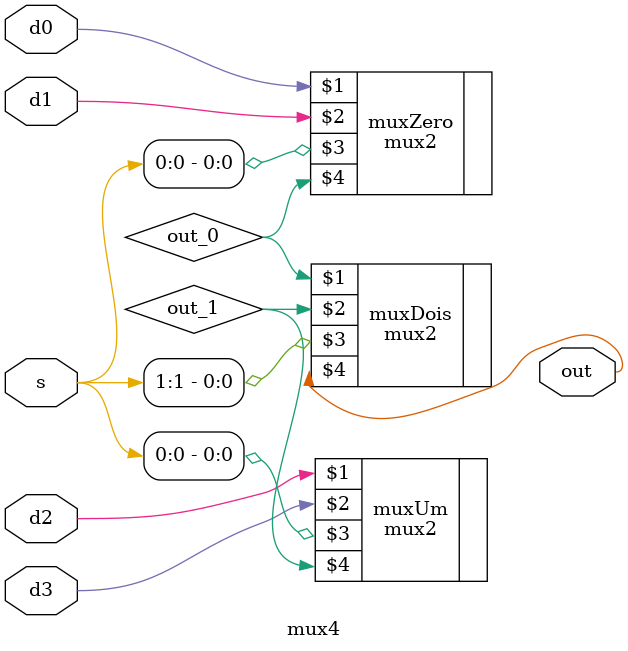
<source format=sv>
module mux4 (d0, d1, d2, d3, s, out);
	
	input logic d0, d1, d2, d3;
	input logic [1:0] s;
	output logic out;
	
	logic out_0, out_1; 
	
	mux2 muxZero(d0, d1, s[0], out_0);
	mux2 muxUm(d2, d3, s[0], out_1);
	mux2 muxDois(out_0, out_1, s[1], out);
	
endmodule 
</source>
